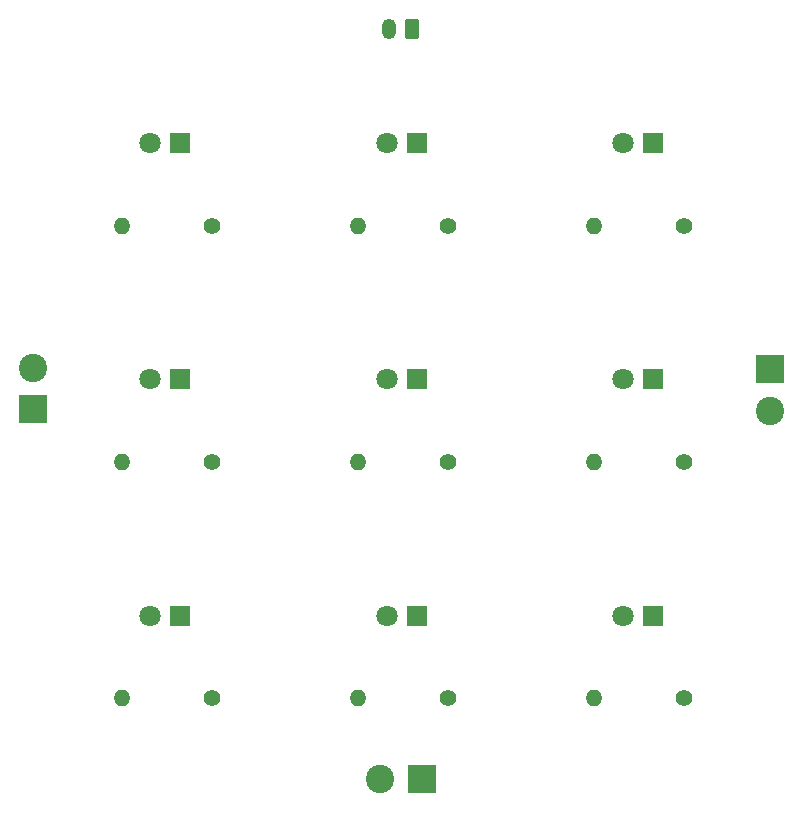
<source format=gbs>
%TF.GenerationSoftware,KiCad,Pcbnew,(5.99.0-9607-gdb88c0fa61)*%
%TF.CreationDate,2021-05-11T21:43:54-07:00*%
%TF.ProjectId,hugo_board,6875676f-5f62-46f6-9172-642e6b696361,rev?*%
%TF.SameCoordinates,Original*%
%TF.FileFunction,Soldermask,Bot*%
%TF.FilePolarity,Negative*%
%FSLAX46Y46*%
G04 Gerber Fmt 4.6, Leading zero omitted, Abs format (unit mm)*
G04 Created by KiCad (PCBNEW (5.99.0-9607-gdb88c0fa61)) date 2021-05-11 21:43:54*
%MOMM*%
%LPD*%
G01*
G04 APERTURE LIST*
G04 Aperture macros list*
%AMRoundRect*
0 Rectangle with rounded corners*
0 $1 Rounding radius*
0 $2 $3 $4 $5 $6 $7 $8 $9 X,Y pos of 4 corners*
0 Add a 4 corners polygon primitive as box body*
4,1,4,$2,$3,$4,$5,$6,$7,$8,$9,$2,$3,0*
0 Add four circle primitives for the rounded corners*
1,1,$1+$1,$2,$3*
1,1,$1+$1,$4,$5*
1,1,$1+$1,$6,$7*
1,1,$1+$1,$8,$9*
0 Add four rect primitives between the rounded corners*
20,1,$1+$1,$2,$3,$4,$5,0*
20,1,$1+$1,$4,$5,$6,$7,0*
20,1,$1+$1,$6,$7,$8,$9,0*
20,1,$1+$1,$8,$9,$2,$3,0*%
G04 Aperture macros list end*
%ADD10R,1.800000X1.800000*%
%ADD11C,1.800000*%
%ADD12C,1.400000*%
%ADD13O,1.400000X1.400000*%
%ADD14R,2.400000X2.400000*%
%ADD15C,2.400000*%
%ADD16RoundRect,0.250000X0.350000X0.625000X-0.350000X0.625000X-0.350000X-0.625000X0.350000X-0.625000X0*%
%ADD17O,1.200000X1.750000*%
G04 APERTURE END LIST*
D10*
%TO.C,GREEN1*%
X153610000Y-64887500D03*
D11*
X151070000Y-64887500D03*
%TD*%
D12*
%TO.C,R7*%
X156260000Y-71887500D03*
D13*
X148640000Y-71887500D03*
%TD*%
D14*
%TO.C,SW1*%
X121165000Y-87418750D03*
D15*
X121165000Y-83918750D03*
%TD*%
D12*
%TO.C,R4*%
X176260000Y-71887500D03*
D13*
X168640000Y-71887500D03*
%TD*%
D12*
%TO.C,R5*%
X176260000Y-91887500D03*
D13*
X168640000Y-91887500D03*
%TD*%
D14*
%TO.C,SW2*%
X183505000Y-84050000D03*
D15*
X183505000Y-87550000D03*
%TD*%
D12*
%TO.C,R1*%
X136260000Y-71887500D03*
D13*
X128640000Y-71887500D03*
%TD*%
D10*
%TO.C,BLUE2*%
X133610000Y-84887500D03*
D11*
X131070000Y-84887500D03*
%TD*%
D10*
%TO.C,BLUE3*%
X133610000Y-104887500D03*
D11*
X131070000Y-104887500D03*
%TD*%
D12*
%TO.C,R9*%
X156260000Y-111887500D03*
D13*
X148640000Y-111887500D03*
%TD*%
D10*
%TO.C,RED2*%
X173610000Y-84887500D03*
D11*
X171070000Y-84887500D03*
%TD*%
D12*
%TO.C,R8*%
X156260000Y-91887500D03*
D13*
X148640000Y-91887500D03*
%TD*%
D10*
%TO.C,GREEN2*%
X153610000Y-84887500D03*
D11*
X151070000Y-84887500D03*
%TD*%
D10*
%TO.C,GREEN3*%
X153610000Y-104887500D03*
D11*
X151070000Y-104887500D03*
%TD*%
D16*
%TO.C,J1*%
X153270000Y-55230000D03*
D17*
X151270000Y-55230000D03*
%TD*%
D10*
%TO.C,BLUE1*%
X133610000Y-64887500D03*
D11*
X131070000Y-64887500D03*
%TD*%
D10*
%TO.C,RED3*%
X173610000Y-104887500D03*
D11*
X171070000Y-104887500D03*
%TD*%
D12*
%TO.C,R2*%
X136260000Y-91887500D03*
D13*
X128640000Y-91887500D03*
%TD*%
D14*
%TO.C,SW3*%
X154050000Y-118760000D03*
D15*
X150550000Y-118760000D03*
%TD*%
D12*
%TO.C,R3*%
X136260000Y-111887500D03*
D13*
X128640000Y-111887500D03*
%TD*%
D10*
%TO.C,RED1*%
X173610000Y-64887500D03*
D11*
X171070000Y-64887500D03*
%TD*%
D12*
%TO.C,R6*%
X176260000Y-111887500D03*
D13*
X168640000Y-111887500D03*
%TD*%
M02*

</source>
